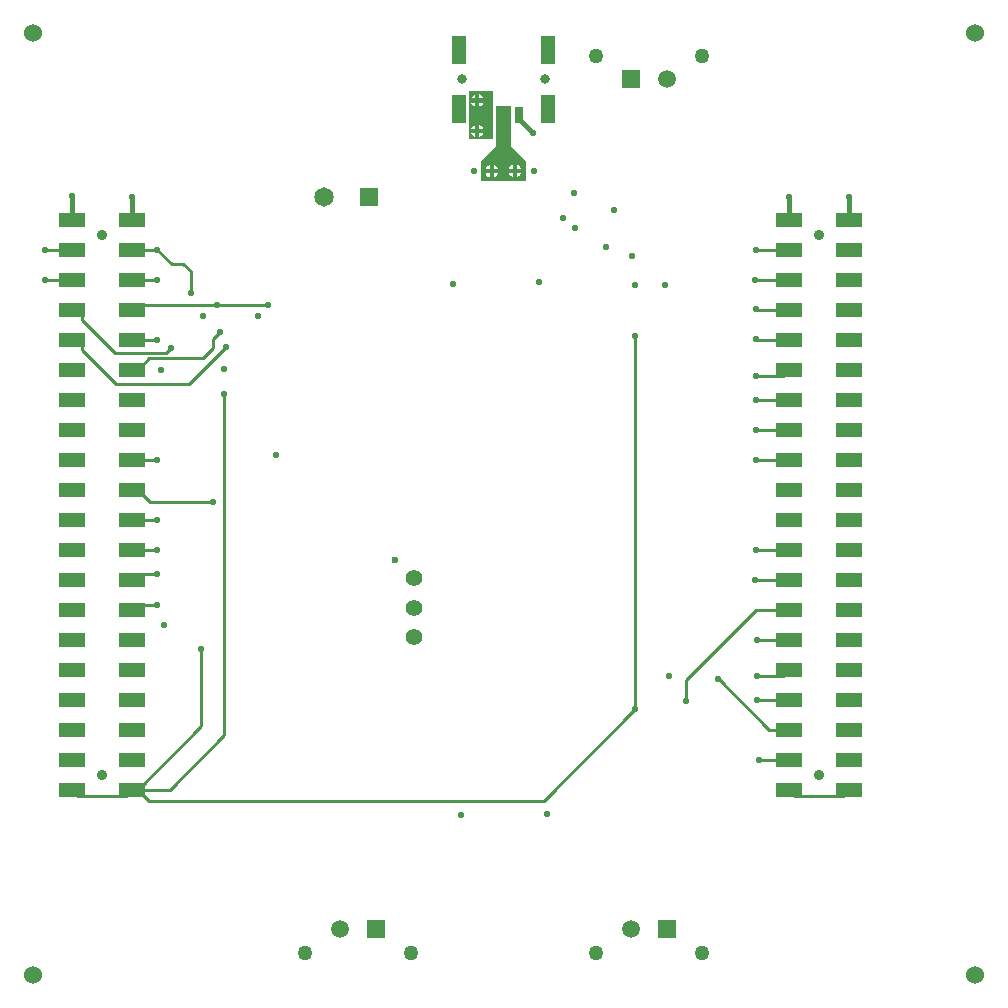
<source format=gbl>
G04*
G04 #@! TF.GenerationSoftware,Altium Limited,Altium Designer,24.0.1 (36)*
G04*
G04 Layer_Physical_Order=4*
G04 Layer_Color=16711680*
%FSLAX25Y25*%
%MOIN*%
G70*
G04*
G04 #@! TF.SameCoordinates,8111244A-D8C8-47A8-AF56-D19D7FDA50C5*
G04*
G04*
G04 #@! TF.FilePolarity,Positive*
G04*
G01*
G75*
%ADD14C,0.01000*%
%ADD53C,0.03504*%
%ADD54C,0.05512*%
%ADD55C,0.02362*%
%ADD56R,0.06496X0.06496*%
%ADD57C,0.06496*%
%ADD58C,0.05000*%
%ADD59C,0.05984*%
%ADD60R,0.05984X0.05984*%
%ADD61C,0.03150*%
%ADD62C,0.06000*%
%ADD63C,0.02300*%
%ADD64R,0.09016X0.05000*%
%ADD65R,0.04724X0.09449*%
%ADD66R,0.03150X0.05512*%
%ADD67C,0.01800*%
G36*
X173400Y298661D02*
Y298600D01*
X165305D01*
Y314505D01*
X173400D01*
Y298661D01*
D02*
G37*
G36*
X179263Y296425D02*
X184288Y291400D01*
Y284653D01*
X169288D01*
Y291300D01*
X174430Y296442D01*
Y309800D01*
X179263D01*
Y296425D01*
D02*
G37*
%LPC*%
G36*
X168821Y313559D02*
Y312292D01*
X170087D01*
X169893Y312760D01*
X169289Y313365D01*
X168821Y313559D01*
D02*
G37*
G36*
X167321D02*
X166853Y313365D01*
X166248Y312760D01*
X166054Y312292D01*
X167321D01*
Y313559D01*
D02*
G37*
G36*
X170087Y310792D02*
X168821D01*
Y309526D01*
X169289Y309720D01*
X169893Y310324D01*
X170087Y310792D01*
D02*
G37*
G36*
X167321D02*
X166054D01*
X166248Y310324D01*
X166853Y309720D01*
X167321Y309526D01*
Y310792D01*
D02*
G37*
G36*
X168821Y303348D02*
Y302082D01*
X170087D01*
X169893Y302550D01*
X169289Y303154D01*
X168821Y303348D01*
D02*
G37*
G36*
X167321D02*
X166853Y303154D01*
X166248Y302550D01*
X166054Y302082D01*
X167321D01*
Y303348D01*
D02*
G37*
G36*
X170087Y300582D02*
X168821D01*
Y299315D01*
X169289Y299509D01*
X169893Y300114D01*
X170087Y300582D01*
D02*
G37*
G36*
X167321D02*
X166054D01*
X166248Y300114D01*
X166853Y299509D01*
X167321Y299315D01*
Y300582D01*
D02*
G37*
G36*
X181389Y290043D02*
Y288776D01*
X182655D01*
X182461Y289244D01*
X181857Y289849D01*
X181389Y290043D01*
D02*
G37*
G36*
X179889D02*
X179421Y289849D01*
X178816Y289244D01*
X178622Y288776D01*
X179889D01*
Y290043D01*
D02*
G37*
G36*
X173711Y289993D02*
Y288726D01*
X174978D01*
X174784Y289194D01*
X174179Y289799D01*
X173711Y289993D01*
D02*
G37*
G36*
X172211D02*
X171744Y289799D01*
X171139Y289194D01*
X170945Y288726D01*
X172211D01*
Y289993D01*
D02*
G37*
G36*
X182655Y287276D02*
X181389D01*
Y286010D01*
X181857Y286204D01*
X182461Y286808D01*
X182655Y287276D01*
D02*
G37*
G36*
X179889D02*
X178622D01*
X178816Y286808D01*
X179421Y286204D01*
X179889Y286010D01*
Y287276D01*
D02*
G37*
G36*
X174978Y287226D02*
X173711D01*
Y285960D01*
X174179Y286154D01*
X174784Y286758D01*
X174978Y287226D01*
D02*
G37*
G36*
X172211D02*
X170945D01*
X171139Y286758D01*
X171744Y286154D01*
X172211Y285960D01*
Y287226D01*
D02*
G37*
%LPD*%
D14*
X80128Y229117D02*
Y232028D01*
X76511Y225500D02*
X80128Y229117D01*
X58649Y225500D02*
X76511D01*
X47759Y217100D02*
X72039D01*
X84223Y229284D01*
X54478Y243337D02*
X98385D01*
X52941Y241800D02*
X54478Y243337D01*
X54949Y81800D02*
X58649Y78100D01*
X190228D02*
X220672Y108544D01*
X58649Y78100D02*
X190228D01*
X261121Y141800D02*
X272059D01*
X261400Y131800D02*
X272059D01*
X270059Y119800D02*
X272059Y121800D01*
X261408Y119800D02*
X270059D01*
X261408Y111606D02*
X271865D01*
X248518Y118582D02*
X265300Y101800D01*
X248353Y118582D02*
X248518D01*
X265300Y101800D02*
X272059D01*
X261836Y91800D02*
X272059D01*
X237606Y118285D02*
X261121Y141800D01*
X237606Y111373D02*
Y118285D01*
X34473Y241800D02*
X36473Y239800D01*
Y238386D02*
X47365Y227495D01*
X64366D01*
X33059Y241800D02*
X34473D01*
X36473Y238386D02*
Y239800D01*
X64366Y227495D02*
X65907Y229035D01*
X34473Y231800D02*
X36473Y229800D01*
Y228386D02*
X47759Y217100D01*
X33059Y231800D02*
X34473D01*
X36473Y228386D02*
Y229800D01*
X80128Y232028D02*
X82400Y234300D01*
X54949Y221800D02*
X58649Y225500D01*
X52941Y221800D02*
X53041Y221700D01*
X260839Y151800D02*
X272059D01*
X260839Y161800D02*
X272059D01*
X35059Y79800D02*
X50941D01*
X181838Y305466D02*
Y306647D01*
X220672Y108544D02*
X220736Y108608D01*
Y232957D02*
X220800Y233020D01*
X220736Y108608D02*
Y232957D01*
X58949Y177800D02*
X80028D01*
X83618Y99836D02*
Y213700D01*
X54949Y181800D02*
X58949Y177800D01*
X65582Y81800D02*
X83618Y99836D01*
X52941Y221800D02*
X54949D01*
X260839Y219800D02*
X270059D01*
X272059Y221800D01*
Y81800D02*
X274059Y79800D01*
X289941D01*
X291941Y81800D01*
X54949D02*
X76100Y102951D01*
X50941Y79800D02*
X52941Y81800D01*
X33059D02*
X35059Y79800D01*
X52941Y81800D02*
X54949D01*
X66186Y257000D02*
X70100D01*
X72600Y254500D01*
X61386Y261800D02*
X66186Y257000D01*
X72600Y247278D02*
Y254500D01*
X52941Y251800D02*
X61386D01*
X52941Y161800D02*
X61386D01*
X54941Y153800D02*
X61386D01*
X271865Y111606D02*
X272059Y111800D01*
X52941Y261800D02*
X61386D01*
X32856Y261597D02*
X33059Y261800D01*
X24118Y261597D02*
X32856D01*
X260839Y201800D02*
X272059D01*
X260800D02*
X260839D01*
Y211800D02*
X272059D01*
X260800D02*
X260839D01*
X260900Y191800D02*
X272059D01*
X54949Y81800D02*
X65582D01*
X76100Y102951D02*
Y128500D01*
X260939Y231800D02*
X272059D01*
X260939Y241800D02*
X272059D01*
X260939Y251800D02*
X272059D01*
X260839Y261800D02*
X272059D01*
X54514Y143373D02*
X61386D01*
X52941Y141800D02*
X54514Y143373D01*
X52941Y191800D02*
X61386D01*
X52941Y171800D02*
X61386D01*
X52941Y181800D02*
X54949D01*
X52941Y151800D02*
X54941Y153800D01*
X24100Y251800D02*
X33059D01*
X52941Y231800D02*
X61386D01*
X50933Y261800D02*
X52941D01*
D53*
X282000Y86800D02*
D03*
Y266800D02*
D03*
X43000D02*
D03*
Y86800D02*
D03*
D54*
X147000Y152192D02*
D03*
Y142350D02*
D03*
Y132507D02*
D03*
D55*
X140701Y158492D02*
D03*
D56*
X132000Y279300D02*
D03*
D57*
X117000D02*
D03*
D58*
X207578Y27483D02*
D03*
X243011D02*
D03*
X243022Y326217D02*
D03*
X207589D02*
D03*
X146011Y27483D02*
D03*
X110578D02*
D03*
D59*
X219389Y35200D02*
D03*
X231211Y318500D02*
D03*
X122389Y35200D02*
D03*
D60*
X231200D02*
D03*
X219400Y318500D02*
D03*
X134200Y35200D02*
D03*
D61*
X190539Y318655D02*
D03*
X163138D02*
D03*
D62*
X20000Y20000D02*
D03*
X334000D02*
D03*
Y334000D02*
D03*
X20000D02*
D03*
D63*
X81183Y243337D02*
D03*
X94994Y239806D02*
D03*
X76643Y239750D02*
D03*
X98385Y243337D02*
D03*
X186746Y300531D02*
D03*
X210975Y262764D02*
D03*
X196751Y272343D02*
D03*
X200684Y268951D02*
D03*
X167066Y287939D02*
D03*
X186975Y288026D02*
D03*
X191200Y73500D02*
D03*
X162800Y73385D02*
D03*
X213700Y275000D02*
D03*
X261361Y131739D02*
D03*
X261408Y119800D02*
D03*
Y111606D02*
D03*
X261836Y91800D02*
D03*
X237606Y111373D02*
D03*
X84223Y229284D02*
D03*
X65907Y229035D02*
D03*
X260714Y151764D02*
D03*
X260839Y161800D02*
D03*
X188540Y251028D02*
D03*
X160159Y250397D02*
D03*
X33059Y279500D02*
D03*
X168071Y301332D02*
D03*
X291941Y279300D02*
D03*
X272059D02*
D03*
X52952Y279436D02*
D03*
X180639Y288026D02*
D03*
X172961Y287976D02*
D03*
X232000Y119800D02*
D03*
X220672Y108544D02*
D03*
X63536Y136700D02*
D03*
X80028Y177800D02*
D03*
X76100Y128500D02*
D03*
X101078Y193400D02*
D03*
X62604Y221800D02*
D03*
X83618Y222153D02*
D03*
X219582Y259800D02*
D03*
X230656Y250100D02*
D03*
X220800D02*
D03*
X220800Y233020D02*
D03*
X168071Y311542D02*
D03*
X260839Y219800D02*
D03*
X61386Y251800D02*
D03*
Y161800D02*
D03*
Y153800D02*
D03*
X248353Y118582D02*
D03*
X83618Y213700D02*
D03*
X72600Y247278D02*
D03*
X24118Y261597D02*
D03*
X260900Y191800D02*
D03*
X260839Y201800D02*
D03*
Y211800D02*
D03*
X82400Y234300D02*
D03*
X260864Y231832D02*
D03*
Y241950D02*
D03*
X260764Y251793D02*
D03*
X260839Y261800D02*
D03*
X61386Y143373D02*
D03*
Y191800D02*
D03*
Y171800D02*
D03*
X24100Y251800D02*
D03*
X61386Y231800D02*
D03*
Y261800D02*
D03*
X200300Y280767D02*
D03*
D64*
X291941Y261800D02*
D03*
Y251800D02*
D03*
Y241800D02*
D03*
Y231800D02*
D03*
Y221800D02*
D03*
Y211800D02*
D03*
Y201800D02*
D03*
Y191800D02*
D03*
Y181800D02*
D03*
Y171800D02*
D03*
Y151800D02*
D03*
Y141800D02*
D03*
Y131800D02*
D03*
Y121800D02*
D03*
Y111800D02*
D03*
Y101800D02*
D03*
Y91800D02*
D03*
Y161800D02*
D03*
X272059Y261800D02*
D03*
Y251800D02*
D03*
Y241800D02*
D03*
Y231800D02*
D03*
Y221800D02*
D03*
Y211800D02*
D03*
Y201800D02*
D03*
Y191800D02*
D03*
Y181800D02*
D03*
Y171800D02*
D03*
Y161800D02*
D03*
Y151800D02*
D03*
Y121800D02*
D03*
Y91800D02*
D03*
Y101800D02*
D03*
Y111800D02*
D03*
Y141800D02*
D03*
Y131800D02*
D03*
X291941Y81800D02*
D03*
X272059D02*
D03*
X291941Y271800D02*
D03*
X272059D02*
D03*
X33059Y221800D02*
D03*
Y211800D02*
D03*
Y201800D02*
D03*
Y191800D02*
D03*
Y181800D02*
D03*
Y171800D02*
D03*
Y161800D02*
D03*
Y151800D02*
D03*
Y121800D02*
D03*
Y111800D02*
D03*
Y91800D02*
D03*
Y101800D02*
D03*
Y141800D02*
D03*
Y131800D02*
D03*
Y261800D02*
D03*
X52941D02*
D03*
Y251800D02*
D03*
Y241800D02*
D03*
Y231800D02*
D03*
Y221800D02*
D03*
Y211800D02*
D03*
Y201800D02*
D03*
Y191800D02*
D03*
Y181800D02*
D03*
Y171800D02*
D03*
Y161800D02*
D03*
Y151800D02*
D03*
Y141800D02*
D03*
Y131800D02*
D03*
Y121800D02*
D03*
Y111800D02*
D03*
Y101800D02*
D03*
Y91800D02*
D03*
X33059Y251800D02*
D03*
Y241800D02*
D03*
Y231800D02*
D03*
Y271800D02*
D03*
X52941D02*
D03*
X33059Y81800D02*
D03*
X52941D02*
D03*
D65*
X191720Y308812D02*
D03*
Y328497D02*
D03*
X161957D02*
D03*
Y308812D02*
D03*
D66*
X171838Y306647D02*
D03*
X176838D02*
D03*
X181838D02*
D03*
D67*
X186746Y300531D02*
Y300559D01*
X181838Y305466D02*
X186746Y300559D01*
X291941Y271800D02*
Y279300D01*
X272059Y271800D02*
Y279300D01*
X33059Y271800D02*
Y279500D01*
X52941Y271800D02*
Y279500D01*
M02*

</source>
